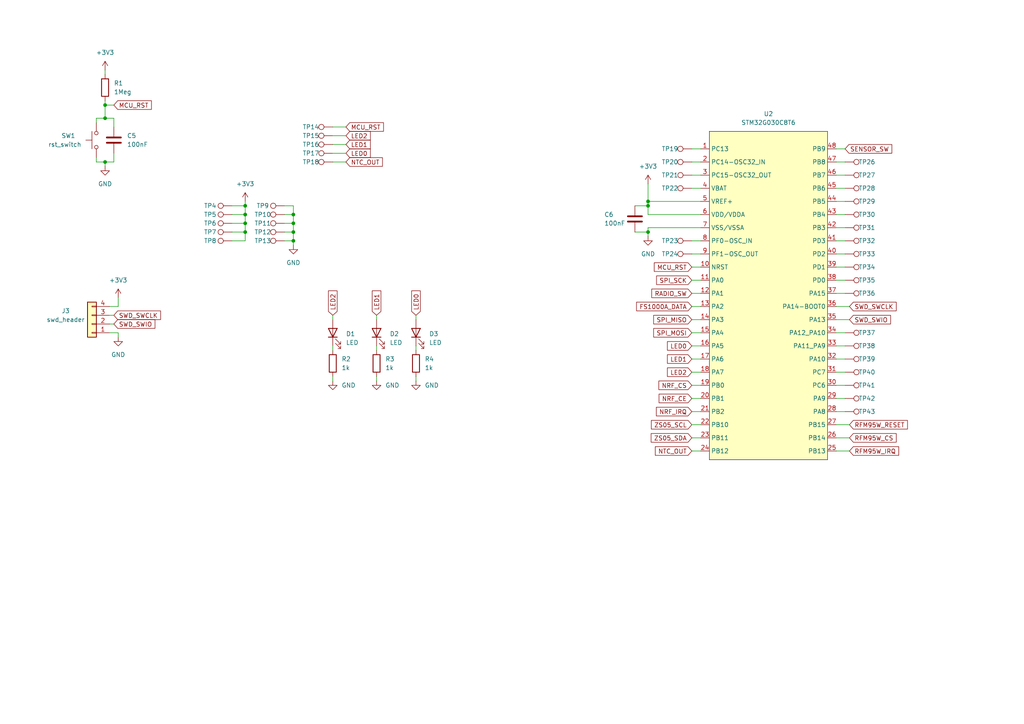
<source format=kicad_sch>
(kicad_sch (version 20230121) (generator eeschema)
  (paper "A4")
  (lib_symbols
    (symbol "Connector:TestPoint" (pin_numbers hide) (pin_names (offset 0.762) hide)
      (property "Reference" "TP" (at 0 6.858 0))
      (property "Value" "TestPoint" (at 0 5.08 0))
      (symbol "TestPoint_0_1"
        (circle (center 0 3.302) (radius 0.762))
      )
      (symbol "TestPoint_1_1"
        (pin passive line (at 0 0 90) (length 2.54) (name "1") (number "1"))
      )
    )
    (symbol "Connector_Generic:Conn_01x04" (pin_names (offset 1.016) hide)
      (property "Reference" "J" (at 0 5.08 0))
      (property "Value" "Conn_01x04" (at 0 -7.62 0))
      (symbol "Conn_01x04_1_1"
        (rectangle (start -1.27 -4.953) (end 0 -5.207) (stroke (width 0.1524)))
        (rectangle (start -1.27 -2.413) (end 0 -2.667) (stroke (width 0.1524)))
        (rectangle (start -1.27 0.127) (end 0 -0.127) (stroke (width 0.1524)))
        (rectangle (start -1.27 2.667) (end 0 2.413) (stroke (width 0.1524)))
        (rectangle (start -1.27 3.81) (end 1.27 -6.35) (stroke (width 0.254)) (fill (type background)))
        (pin passive line (at -5.08 2.54 0) (length 3.81) (name "Pin_1") (number "1"))
        (pin passive line (at -5.08 0 0) (length 3.81) (name "Pin_2") (number "2"))
        (pin passive line (at -5.08 -2.54 0) (length 3.81) (name "Pin_3") (number "3"))
        (pin passive line (at -5.08 -5.08 0) (length 3.81) (name "Pin_4") (number "4"))
      )
    )
    (symbol "Device:C" (pin_numbers hide) (pin_names (offset 0.254))
      (property "Reference" "C" (at 0.635 2.54 0))
      (property "Value" "C" (at 0.635 -2.54 0))
      (symbol "C_0_1"
        (polyline (pts (xy -2.032 -0.762) (xy 2.032 -0.762)) (stroke (width 0.508)))
        (polyline (pts (xy -2.032 0.762) (xy 2.032 0.762)) (stroke (width 0.508)))
      )
      (symbol "C_1_1"
        (pin passive line (at 0 3.81 270) (length 2.794) (name "~") (number "1"))
        (pin passive line (at 0 -3.81 90) (length 2.794) (name "~") (number "2"))
      )
    )
    (symbol "Device:LED" (pin_numbers hide) (pin_names (offset 1.016) hide)
      (property "Reference" "D" (at 0 2.54 0))
      (property "Value" "LED" (at 0 -2.54 0))
      (symbol "LED_0_1"
        (polyline (pts (xy -1.27 -1.27) (xy -1.27 1.27)) (stroke (width 0.254)))
        (polyline (pts (xy -1.27 0) (xy 1.27 0)))
        (polyline (pts (xy 1.27 -1.27) (xy 1.27 1.27) (xy -1.27 0) (xy 1.27 -1.27)) (stroke (width 0.254)))
        (polyline (pts (xy -3.048 -0.762) (xy -4.572 -2.286) (xy -3.81 -2.286) (xy -4.572 -2.286) (xy -4.572 -1.524)))
        (polyline (pts (xy -1.778 -0.762) (xy -3.302 -2.286) (xy -2.54 -2.286) (xy -3.302 -2.286) (xy -3.302 -1.524)))
      )
      (symbol "LED_1_1"
        (pin passive line (at -3.81 0 0) (length 2.54) (name "K") (number "1"))
        (pin passive line (at 3.81 0 180) (length 2.54) (name "A") (number "2"))
      )
    )
    (symbol "Device:R" (pin_numbers hide) (pin_names (offset 0))
      (property "Reference" "R" (at 2.032 0 90))
      (property "Value" "R" (at 0 0 90))
      (symbol "R_0_1"
        (rectangle (start -1.016 -2.54) (end 1.016 2.54) (stroke (width 0.254)))
      )
      (symbol "R_1_1"
        (pin passive line (at 0 3.81 270) (length 1.27) (name "~") (number "1"))
        (pin passive line (at 0 -3.81 90) (length 1.27) (name "~") (number "2"))
      )
    )
    (symbol "STM32G030C8T6:STM32G030C8T6"
      (property "Reference" "U" (at 6.35 49.53 0))
      (property "Value" "STM32G030C8T6" (at 6.35 46.99 0))
      (symbol "STM32G030C8T6_0_1"
        (rectangle (start -15.24 40.64) (end 19.05 -54.61) (fill (type background)))
      )
      (symbol "STM32G030C8T6_1_1"
        (pin input line (at -17.78 35.56 0) (length 2.54) (name "PC13") (number "1"))
        (pin input line (at -17.78 1.27 0) (length 2.54) (name "NRST") (number "10"))
        (pin input line (at -17.78 -2.54 0) (length 2.54) (name "PA0") (number "11"))
        (pin input line (at -17.78 -6.35 0) (length 2.54) (name "PA1") (number "12"))
        (pin input line (at -17.78 -10.16 0) (length 2.54) (name "PA2") (number "13"))
        (pin input line (at -17.78 -13.97 0) (length 2.54) (name "PA3") (number "14"))
        (pin input line (at -17.78 -17.78 0) (length 2.54) (name "PA4") (number "15"))
        (pin input line (at -17.78 -21.59 0) (length 2.54) (name "PA5") (number "16"))
        (pin input line (at -17.78 -25.4 0) (length 2.54) (name "PA6") (number "17"))
        (pin input line (at -17.78 -29.21 0) (length 2.54) (name "PA7") (number "18"))
        (pin input line (at -17.78 -33.02 0) (length 2.54) (name "PB0") (number "19"))
        (pin input line (at -17.78 31.75 0) (length 2.54) (name "PC14-OSC32_IN") (number "2"))
        (pin input line (at -17.78 -36.83 0) (length 2.54) (name "PB1") (number "20"))
        (pin input line (at -17.78 -40.64 0) (length 2.54) (name "PB2") (number "21"))
        (pin input line (at -17.78 -44.45 0) (length 2.54) (name "PB10") (number "22"))
        (pin input line (at -17.78 -48.26 0) (length 2.54) (name "PB11") (number "23"))
        (pin input line (at -17.78 -52.07 0) (length 2.54) (name "PB12") (number "24"))
        (pin input line (at 21.59 -52.07 180) (length 2.54) (name "PB13") (number "25"))
        (pin input line (at 21.59 -48.26 180) (length 2.54) (name "PB14") (number "26"))
        (pin input line (at 21.59 -44.45 180) (length 2.54) (name "PB15") (number "27"))
        (pin input line (at 21.59 -40.64 180) (length 2.54) (name "PA8") (number "28"))
        (pin input line (at 21.59 -36.83 180) (length 2.54) (name "PA9") (number "29"))
        (pin input line (at -17.78 27.94 0) (length 2.54) (name "PC15-OSC32_OUT") (number "3"))
        (pin input line (at 21.59 -33.02 180) (length 2.54) (name "PC6") (number "30"))
        (pin input line (at 21.59 -29.21 180) (length 2.54) (name "PC7") (number "31"))
        (pin input line (at 21.59 -25.4 180) (length 2.54) (name "PA10") (number "32"))
        (pin input line (at 21.59 -21.59 180) (length 2.54) (name "PA11_PA9") (number "33"))
        (pin input line (at 21.59 -17.78 180) (length 2.54) (name "PA12_PA10") (number "34"))
        (pin input line (at 21.59 -13.97 180) (length 2.54) (name "PA13") (number "35"))
        (pin input line (at 21.59 -10.16 180) (length 2.54) (name "PA14-BOOT0") (number "36"))
        (pin input line (at 21.59 -6.35 180) (length 2.54) (name "PA15") (number "37"))
        (pin input line (at 21.59 -2.54 180) (length 2.54) (name "PD0") (number "38"))
        (pin input line (at 21.59 1.27 180) (length 2.54) (name "PD1") (number "39"))
        (pin input line (at -17.78 24.13 0) (length 2.54) (name "VBAT") (number "4"))
        (pin input line (at 21.59 5.08 180) (length 2.54) (name "PD2") (number "40"))
        (pin input line (at 21.59 8.89 180) (length 2.54) (name "PD3") (number "41"))
        (pin input line (at 21.59 12.7 180) (length 2.54) (name "PB3") (number "42"))
        (pin input line (at 21.59 16.51 180) (length 2.54) (name "PB4") (number "43"))
        (pin input line (at 21.59 20.32 180) (length 2.54) (name "PB5") (number "44"))
        (pin input line (at 21.59 24.13 180) (length 2.54) (name "PB6") (number "45"))
        (pin input line (at 21.59 27.94 180) (length 2.54) (name "PB7") (number "46"))
        (pin input line (at 21.59 31.75 180) (length 2.54) (name "PB8") (number "47"))
        (pin input line (at 21.59 35.56 180) (length 2.54) (name "PB9") (number "48"))
        (pin input line (at -17.78 20.32 0) (length 2.54) (name "VREF+") (number "5"))
        (pin input line (at -17.78 16.51 0) (length 2.54) (name "VDD/VDDA") (number "6"))
        (pin input line (at -17.78 12.7 0) (length 2.54) (name "VSS/VSSA") (number "7"))
        (pin input line (at -17.78 8.89 0) (length 2.54) (name "PF0-OSC_IN") (number "8"))
        (pin input line (at -17.78 5.08 0) (length 2.54) (name "PF1-OSC_OUT") (number "9"))
      )
    )
    (symbol "Switch:SW_Push" (pin_numbers hide) (pin_names (offset 1.016) hide)
      (property "Reference" "SW" (at 1.27 2.54 0))
      (property "Value" "SW_Push" (at 0 -1.524 0))
      (symbol "SW_Push_0_1"
        (circle (center -2.032 0) (radius 0.508))
        (polyline (pts (xy 0 1.27) (xy 0 3.048)))
        (polyline (pts (xy 2.54 1.27) (xy -2.54 1.27)))
        (circle (center 2.032 0) (radius 0.508))
        (pin passive line (at -5.08 0 0) (length 2.54) (name "1") (number "1"))
        (pin passive line (at 5.08 0 180) (length 2.54) (name "2") (number "2"))
      )
    )
    (symbol "power:+3V3" (power) (pin_names (offset 0))
      (property "Value" "+3V3" (at 0 3.556 0))
      (symbol "+3V3_0_1"
        (polyline (pts (xy -0.762 1.27) (xy 0 2.54)))
        (polyline (pts (xy 0 0) (xy 0 2.54)))
        (polyline (pts (xy 0 2.54) (xy 0.762 1.27)))
      )
      (symbol "+3V3_1_1"
        (pin power_in line (at 0 0 90) (length 0) hide (name "+3V3") (number "1"))
      )
    )
    (symbol "power:GND" (power) (pin_names (offset 0))
      (property "Value" "GND" (at 0 -3.81 0))
      (symbol "GND_0_1"
        (polyline (pts (xy 0 0) (xy 0 -1.27) (xy 1.27 -1.27) (xy 0 -2.54) (xy -1.27 -1.27) (xy 0 -1.27)))
      )
      (symbol "GND_1_1"
        (pin power_in line (at 0 0 270) (length 0) hide (name "GND") (number "1"))
      )
    )
  )
  (junction (at 187.96 67.31))
  (junction (at 85.09 64.77))
  (junction (at 85.09 69.85))
  (junction (at 30.48 46.99))
  (junction (at 71.12 64.77))
  (junction (at 187.96 58.42))
  (junction (at 85.09 62.23))
  (junction (at 30.48 30.48))
  (junction (at 187.96 59.69))
  (junction (at 30.48 34.29))
  (junction (at 71.12 62.23))
  (junction (at 71.12 59.69))
  (junction (at 85.09 67.31))
  (junction (at 71.12 67.31))
  (wire (pts (xy 242.57 123.19) (xy 246.38 123.19)))
  (wire (pts (xy 27.94 46.99) (xy 30.48 46.99)))
  (wire (pts (xy 71.12 59.69) (xy 71.12 58.42)))
  (wire (pts (xy 245.11 81.28) (xy 242.57 81.28)))
  (wire (pts (xy 245.11 43.18) (xy 242.57 43.18)))
  (wire (pts (xy 34.29 96.52) (xy 31.75 96.52)))
  (wire (pts (xy 30.48 48.26) (xy 30.48 46.99)))
  (wire (pts (xy 82.55 67.31) (xy 85.09 67.31)))
  (wire (pts (xy 245.11 54.61) (xy 242.57 54.61)))
  (wire (pts (xy 184.15 67.31) (xy 187.96 67.31)))
  (wire (pts (xy 82.55 64.77) (xy 85.09 64.77)))
  (wire (pts (xy 82.55 62.23) (xy 85.09 62.23)))
  (wire (pts (xy 200.66 46.99) (xy 203.2 46.99)))
  (wire (pts (xy 30.48 30.48) (xy 30.48 34.29)))
  (wire (pts (xy 120.65 91.44) (xy 120.65 92.71)))
  (wire (pts (xy 187.96 67.31) (xy 187.96 66.04)))
  (wire (pts (xy 67.31 59.69) (xy 71.12 59.69)))
  (wire (pts (xy 200.66 119.38) (xy 203.2 119.38)))
  (wire (pts (xy 200.66 123.19) (xy 203.2 123.19)))
  (wire (pts (xy 96.52 39.37) (xy 100.33 39.37)))
  (wire (pts (xy 96.52 109.22) (xy 96.52 110.49)))
  (wire (pts (xy 245.11 119.38) (xy 242.57 119.38)))
  (wire (pts (xy 203.2 88.9) (xy 200.66 88.9)))
  (wire (pts (xy 200.66 115.57) (xy 203.2 115.57)))
  (wire (pts (xy 245.11 85.09) (xy 242.57 85.09)))
  (wire (pts (xy 184.15 59.69) (xy 187.96 59.69)))
  (wire (pts (xy 71.12 67.31) (xy 71.12 69.85)))
  (wire (pts (xy 33.02 36.83) (xy 33.02 34.29)))
  (wire (pts (xy 245.11 96.52) (xy 242.57 96.52)))
  (wire (pts (xy 245.11 104.14) (xy 242.57 104.14)))
  (wire (pts (xy 200.66 100.33) (xy 203.2 100.33)))
  (wire (pts (xy 187.96 59.69) (xy 187.96 58.42)))
  (wire (pts (xy 31.75 88.9) (xy 34.29 88.9)))
  (wire (pts (xy 33.02 44.45) (xy 33.02 46.99)))
  (wire (pts (xy 200.66 77.47) (xy 203.2 77.47)))
  (wire (pts (xy 96.52 41.91) (xy 100.33 41.91)))
  (wire (pts (xy 242.57 127) (xy 246.38 127)))
  (wire (pts (xy 96.52 46.99) (xy 100.33 46.99)))
  (wire (pts (xy 85.09 67.31) (xy 85.09 64.77)))
  (wire (pts (xy 245.11 111.76) (xy 242.57 111.76)))
  (wire (pts (xy 67.31 62.23) (xy 71.12 62.23)))
  (wire (pts (xy 203.2 58.42) (xy 187.96 58.42)))
  (wire (pts (xy 30.48 46.99) (xy 33.02 46.99)))
  (wire (pts (xy 85.09 69.85) (xy 85.09 67.31)))
  (wire (pts (xy 200.66 43.18) (xy 203.2 43.18)))
  (wire (pts (xy 203.2 62.23) (xy 187.96 62.23)))
  (wire (pts (xy 30.48 20.32) (xy 30.48 21.59)))
  (wire (pts (xy 245.11 66.04) (xy 242.57 66.04)))
  (wire (pts (xy 245.11 115.57) (xy 242.57 115.57)))
  (wire (pts (xy 30.48 34.29) (xy 27.94 34.29)))
  (wire (pts (xy 71.12 64.77) (xy 71.12 67.31)))
  (wire (pts (xy 71.12 62.23) (xy 71.12 64.77)))
  (wire (pts (xy 187.96 58.42) (xy 187.96 53.34)))
  (wire (pts (xy 200.66 92.71) (xy 203.2 92.71)))
  (wire (pts (xy 187.96 66.04) (xy 203.2 66.04)))
  (wire (pts (xy 82.55 69.85) (xy 85.09 69.85)))
  (wire (pts (xy 242.57 130.81) (xy 246.38 130.81)))
  (wire (pts (xy 187.96 62.23) (xy 187.96 59.69)))
  (wire (pts (xy 120.65 109.22) (xy 120.65 110.49)))
  (wire (pts (xy 96.52 91.44) (xy 96.52 92.71)))
  (wire (pts (xy 67.31 64.77) (xy 71.12 64.77)))
  (wire (pts (xy 67.31 69.85) (xy 71.12 69.85)))
  (wire (pts (xy 109.22 91.44) (xy 109.22 92.71)))
  (wire (pts (xy 242.57 92.71) (xy 246.38 92.71)))
  (wire (pts (xy 200.66 81.28) (xy 203.2 81.28)))
  (wire (pts (xy 200.66 111.76) (xy 203.2 111.76)))
  (wire (pts (xy 245.11 50.8) (xy 242.57 50.8)))
  (wire (pts (xy 245.11 46.99) (xy 242.57 46.99)))
  (wire (pts (xy 31.75 91.44) (xy 33.02 91.44)))
  (wire (pts (xy 31.75 93.98) (xy 33.02 93.98)))
  (wire (pts (xy 187.96 68.58) (xy 187.96 67.31)))
  (wire (pts (xy 245.11 69.85) (xy 242.57 69.85)))
  (wire (pts (xy 96.52 36.83) (xy 100.33 36.83)))
  (wire (pts (xy 200.66 73.66) (xy 203.2 73.66)))
  (wire (pts (xy 109.22 100.33) (xy 109.22 101.6)))
  (wire (pts (xy 120.65 100.33) (xy 120.65 101.6)))
  (wire (pts (xy 34.29 88.9) (xy 34.29 86.36)))
  (wire (pts (xy 200.66 104.14) (xy 203.2 104.14)))
  (wire (pts (xy 96.52 100.33) (xy 96.52 101.6)))
  (wire (pts (xy 200.66 130.81) (xy 203.2 130.81)))
  (wire (pts (xy 85.09 71.12) (xy 85.09 69.85)))
  (wire (pts (xy 245.11 107.95) (xy 242.57 107.95)))
  (wire (pts (xy 200.66 50.8) (xy 203.2 50.8)))
  (wire (pts (xy 85.09 59.69) (xy 82.55 59.69)))
  (wire (pts (xy 245.11 77.47) (xy 242.57 77.47)))
  (wire (pts (xy 200.66 69.85) (xy 203.2 69.85)))
  (wire (pts (xy 200.66 96.52) (xy 203.2 96.52)))
  (wire (pts (xy 245.11 58.42) (xy 242.57 58.42)))
  (wire (pts (xy 30.48 30.48) (xy 30.48 29.21)))
  (wire (pts (xy 33.02 34.29) (xy 30.48 34.29)))
  (wire (pts (xy 200.66 85.09) (xy 203.2 85.09)))
  (wire (pts (xy 200.66 127) (xy 203.2 127)))
  (wire (pts (xy 242.57 88.9) (xy 246.38 88.9)))
  (wire (pts (xy 200.66 107.95) (xy 203.2 107.95)))
  (wire (pts (xy 71.12 62.23) (xy 71.12 59.69)))
  (wire (pts (xy 85.09 64.77) (xy 85.09 62.23)))
  (wire (pts (xy 245.11 100.33) (xy 242.57 100.33)))
  (wire (pts (xy 109.22 109.22) (xy 109.22 110.49)))
  (wire (pts (xy 245.11 73.66) (xy 242.57 73.66)))
  (wire (pts (xy 27.94 35.56) (xy 27.94 34.29)))
  (wire (pts (xy 34.29 97.79) (xy 34.29 96.52)))
  (wire (pts (xy 67.31 67.31) (xy 71.12 67.31)))
  (wire (pts (xy 27.94 46.99) (xy 27.94 45.72)))
  (wire (pts (xy 245.11 62.23) (xy 242.57 62.23)))
  (wire (pts (xy 85.09 62.23) (xy 85.09 59.69)))
  (wire (pts (xy 33.02 30.48) (xy 30.48 30.48)))
  (wire (pts (xy 200.66 54.61) (xy 203.2 54.61)))
  (wire (pts (xy 96.52 44.45) (xy 100.33 44.45)))
  (global_label "NRF_CE" (shape input) (at 200.66 115.57 180) (property "Intersheetrefs" "${INTERSHEET_REFS}" (effects hide)))
  (global_label "SPI_SCK" (shape input) (at 200.66 81.28 180) (property "Intersheetrefs" "${INTERSHEET_REFS}" (effects hide)))
  (global_label "NTC_OUT" (shape input) (at 200.66 130.81 180) (property "Intersheetrefs" "${INTERSHEET_REFS}" (effects hide)))
  (global_label "SWD_SWCLK" (shape input) (at 246.38 88.9 0) (property "Intersheetrefs" "${INTERSHEET_REFS}" (effects hide)))
  (global_label "SENSOR_SW" (shape input) (at 245.11 43.18 0) (property "Intersheetrefs" "${INTERSHEET_REFS}" (effects hide)))
  (global_label "LED2" (shape input) (at 96.52 91.44 90) (property "Intersheetrefs" "${INTERSHEET_REFS}" (effects hide)))
  (global_label "NRF_IRQ" (shape input) (at 200.66 119.38 180) (property "Intersheetrefs" "${INTERSHEET_REFS}" (effects hide)))
  (global_label "SPI_MOSI" (shape input) (at 200.66 96.52 180) (property "Intersheetrefs" "${INTERSHEET_REFS}" (effects hide)))
  (global_label "RADIO_SW" (shape input) (at 200.66 85.09 180) (property "Intersheetrefs" "${INTERSHEET_REFS}" (effects hide)))
  (global_label "ZS05_SCL" (shape input) (at 200.66 123.19 180) (property "Intersheetrefs" "${INTERSHEET_REFS}" (effects hide)))
  (global_label "SWD_SWIO" (shape input) (at 33.02 93.98 0) (property "Intersheetrefs" "${INTERSHEET_REFS}" (effects hide)))
  (global_label "LED0" (shape input) (at 200.66 100.33 180) (property "Intersheetrefs" "${INTERSHEET_REFS}" (effects hide)))
  (global_label "RFM95W_RESET" (shape input) (at 246.38 123.19 0) (property "Intersheetrefs" "${INTERSHEET_REFS}" (effects hide)))
  (global_label "LED2" (shape input) (at 100.33 39.37 0) (property "Intersheetrefs" "${INTERSHEET_REFS}" (effects hide)))
  (global_label "ZS05_SDA" (shape input) (at 200.66 127 180) (property "Intersheetrefs" "${INTERSHEET_REFS}" (effects hide)))
  (global_label "LED1" (shape input) (at 100.33 41.91 0) (property "Intersheetrefs" "${INTERSHEET_REFS}" (effects hide)))
  (global_label "NTC_OUT" (shape input) (at 100.33 46.99 0) (property "Intersheetrefs" "${INTERSHEET_REFS}" (effects hide)))
  (global_label "LED0" (shape input) (at 120.65 91.44 90) (property "Intersheetrefs" "${INTERSHEET_REFS}" (effects hide)))
  (global_label "MCU_RST" (shape input) (at 100.33 36.83 0) (property "Intersheetrefs" "${INTERSHEET_REFS}" (effects hide)))
  (global_label "LED1" (shape input) (at 109.22 91.44 90) (property "Intersheetrefs" "${INTERSHEET_REFS}" (effects hide)))
  (global_label "SWD_SWIO" (shape input) (at 246.38 92.71 0) (property "Intersheetrefs" "${INTERSHEET_REFS}" (effects hide)))
  (global_label "LED0" (shape input) (at 100.33 44.45 0) (property "Intersheetrefs" "${INTERSHEET_REFS}" (effects hide)))
  (global_label "MCU_RST" (shape input) (at 33.02 30.48 0) (property "Intersheetrefs" "${INTERSHEET_REFS}" (effects hide)))
  (global_label "RFM95W_IRQ" (shape input) (at 246.38 130.81 0) (property "Intersheetrefs" "${INTERSHEET_REFS}" (effects hide)))
  (global_label "SWD_SWCLK" (shape input) (at 33.02 91.44 0) (property "Intersheetrefs" "${INTERSHEET_REFS}" (effects hide)))
  (global_label "SPI_MISO" (shape input) (at 200.66 92.71 180) (property "Intersheetrefs" "${INTERSHEET_REFS}" (effects hide)))
  (global_label "NRF_CS" (shape input) (at 200.66 111.76 180) (property "Intersheetrefs" "${INTERSHEET_REFS}" (effects hide)))
  (global_label "RFM95W_CS" (shape input) (at 246.38 127 0) (property "Intersheetrefs" "${INTERSHEET_REFS}" (effects hide)))
  (global_label "LED2" (shape input) (at 200.66 107.95 180) (property "Intersheetrefs" "${INTERSHEET_REFS}" (effects hide)))
  (global_label "MCU_RST" (shape input) (at 200.66 77.47 180) (property "Intersheetrefs" "${INTERSHEET_REFS}" (effects hide)))
  (global_label "LED1" (shape input) (at 200.66 104.14 180) (property "Intersheetrefs" "${INTERSHEET_REFS}" (effects hide)))
  (global_label "FS1000A_DATA" (shape input) (at 200.66 88.9 180) (property "Intersheetrefs" "${INTERSHEET_REFS}" (effects hide)))
  (symbol (lib_id "power:GND") (at 85.09 71.12 0) (unit 1)
    (property "Reference" "#PWR016" (effects hide))
    (property "Value" "GND" (at 85.09 76.2 0))
  )
  (symbol (lib_id "Connector:TestPoint") (at 200.66 43.18 90) (unit 1)
    (property "Reference" "TP19" (at 194.31 43.18 90))
    (property "Value" "TestPoint" (effects hide))
    (property "Footprint" "TestPoint:TestPoint_Pad_D1.0mm" (effects hide))
  )
  (symbol (lib_id "Connector:TestPoint") (at 96.52 41.91 90) (unit 1)
    (property "Reference" "TP16" (at 90.17 41.91 90))
    (property "Value" "TestPoint" (effects hide))
    (property "Footprint" "TestPoint:TestPoint_Pad_D1.0mm" (effects hide))
  )
  (symbol (lib_id "power:GND") (at 120.65 110.49 0) (unit 1)
    (property "Reference" "#PWR019" (effects hide))
    (property "Value" "GND" (at 123.19 111.7599 0) (effects (justify left)))
  )
  (symbol (lib_id "Connector:TestPoint") (at 96.52 39.37 90) (unit 1)
    (property "Reference" "TP15" (at 90.17 39.37 90))
    (property "Value" "TestPoint" (effects hide))
    (property "Footprint" "TestPoint:TestPoint_Pad_D1.0mm" (effects hide))
  )
  (symbol (lib_id "Device:LED") (at 109.22 96.52 90) (unit 1)
    (property "Reference" "D2" (at 113.03 96.8374 90) (effects (justify right)))
    (property "Value" "LED" (at 113.03 99.3774 90) (effects (justify right)))
    (property "Footprint" "LED_SMD:LED_1206_3216Metric" (effects hide))
  )
  (symbol (lib_id "power:+3V3") (at 187.96 53.34 0) (unit 1)
    (property "Reference" "#PWR020" (effects hide))
    (property "Value" "+3V3" (at 187.96 48.26 0))
  )
  (symbol (lib_id "power:+3V3") (at 71.12 58.42 0) (unit 1)
    (property "Reference" "#PWR015" (effects hide))
    (property "Value" "+3V3" (at 71.12 53.34 0))
  )
  (symbol (lib_id "Connector:TestPoint") (at 200.66 46.99 90) (unit 1)
    (property "Reference" "TP20" (at 194.31 46.99 90))
    (property "Value" "TestPoint" (effects hide))
    (property "Footprint" "TestPoint:TestPoint_Pad_D1.0mm" (effects hide))
  )
  (symbol (lib_id "power:GND") (at 109.22 110.49 0) (unit 1)
    (property "Reference" "#PWR018" (effects hide))
    (property "Value" "GND" (at 111.76 111.7599 0) (effects (justify left)))
  )
  (symbol (lib_id "Connector:TestPoint") (at 96.52 46.99 90) (unit 1)
    (property "Reference" "TP18" (at 90.17 46.99 90))
    (property "Value" "TestPoint" (effects hide))
    (property "Footprint" "TestPoint:TestPoint_Pad_D1.0mm" (effects hide))
  )
  (symbol (lib_id "Connector:TestPoint") (at 245.11 104.14 270) (unit 1)
    (property "Reference" "TP39" (at 251.46 104.14 90))
    (property "Value" "TestPoint" (effects hide))
    (property "Footprint" "TestPoint:TestPoint_Pad_D1.0mm" (effects hide))
  )
  (symbol (lib_id "Connector:TestPoint") (at 96.52 36.83 90) (unit 1)
    (property "Reference" "TP14" (at 90.17 36.83 90))
    (property "Value" "TestPoint" (effects hide))
    (property "Footprint" "TestPoint:TestPoint_Pad_D1.0mm" (effects hide))
  )
  (symbol (lib_id "Connector:TestPoint") (at 245.11 50.8 270) (unit 1)
    (property "Reference" "TP27" (at 251.46 50.8 90))
    (property "Value" "TestPoint" (effects hide))
    (property "Footprint" "TestPoint:TestPoint_Pad_D1.0mm" (effects hide))
  )
  (symbol (lib_id "Connector:TestPoint") (at 245.11 115.57 270) (unit 1)
    (property "Reference" "TP42" (at 251.46 115.57 90))
    (property "Value" "TestPoint" (effects hide))
    (property "Footprint" "TestPoint:TestPoint_Pad_D1.0mm" (effects hide))
  )
  (symbol (lib_id "Connector:TestPoint") (at 200.66 54.61 90) (unit 1)
    (property "Reference" "TP22" (at 194.31 54.61 90))
    (property "Value" "TestPoint" (effects hide))
    (property "Footprint" "TestPoint:TestPoint_Pad_D1.0mm" (effects hide))
  )
  (symbol (lib_id "Connector:TestPoint") (at 200.66 73.66 90) (unit 1)
    (property "Reference" "TP24" (at 194.31 73.66 90))
    (property "Value" "TestPoint" (effects hide))
    (property "Footprint" "TestPoint:TestPoint_Pad_D1.0mm" (effects hide))
  )
  (symbol (lib_id "Connector_Generic:Conn_01x04") (at 26.67 93.98 180) (unit 1)
    (property "Reference" "J3" (at 19.05 90.17 0))
    (property "Value" "swd_header" (at 19.05 92.71 0))
    (property "Footprint" "smd_footprint:Conn_01x04" (effects hide))
  )
  (symbol (lib_id "Device:LED") (at 120.65 96.52 90) (unit 1)
    (property "Reference" "D3" (at 124.46 96.8374 90) (effects (justify right)))
    (property "Value" "LED" (at 124.46 99.3774 90) (effects (justify right)))
    (property "Footprint" "LED_SMD:LED_1206_3216Metric" (effects hide))
  )
  (symbol (lib_id "Connector:TestPoint") (at 82.55 59.69 90) (unit 1)
    (property "Reference" "TP9" (at 76.2 59.69 90))
    (property "Value" "TestPoint" (effects hide))
    (property "Footprint" "TestPoint:TestPoint_Pad_D1.0mm" (effects hide))
  )
  (symbol (lib_id "Connector:TestPoint") (at 245.11 66.04 270) (unit 1)
    (property "Reference" "TP31" (at 251.46 66.04 90))
    (property "Value" "TestPoint" (effects hide))
    (property "Footprint" "TestPoint:TestPoint_Pad_D1.0mm" (effects hide))
  )
  (symbol (lib_id "power:GND") (at 34.29 97.79 0) (unit 1)
    (property "Reference" "#PWR014" (effects hide))
    (property "Value" "GND" (at 34.29 102.87 0))
  )
  (symbol (lib_id "Connector:TestPoint") (at 200.66 50.8 90) (unit 1)
    (property "Reference" "TP21" (at 194.31 50.8 90))
    (property "Value" "TestPoint" (effects hide))
    (property "Footprint" "TestPoint:TestPoint_Pad_D1.0mm" (effects hide))
  )
  (symbol (lib_id "Device:R") (at 96.52 105.41 180) (unit 1)
    (property "Reference" "R2" (at 99.06 104.1399 0) (effects (justify right)))
    (property "Value" "1k" (at 99.06 106.6799 0) (effects (justify right)))
    (property "Footprint" "Resistor_SMD:R_0805_2012Metric" (effects hide))
  )
  (symbol (lib_id "Device:C") (at 184.15 63.5 0) (unit 1)
    (property "Reference" "C6" (at 175.26 62.23 0) (effects (justify left)))
    (property "Value" "100nF" (at 175.26 64.77 0) (effects (justify left)))
    (property "Footprint" "Capacitor_SMD:C_0805_2012Metric" (effects hide))
  )
  (symbol (lib_id "power:GND") (at 187.96 68.58 0) (unit 1)
    (property "Reference" "#PWR021" (effects hide))
    (property "Value" "GND" (at 187.96 73.66 0))
  )
  (symbol (lib_id "Device:C") (at 33.02 40.64 180) (unit 1)
    (property "Reference" "C5" (at 36.83 39.3699 0) (effects (justify right)))
    (property "Value" "100nF" (at 36.83 41.9099 0) (effects (justify right)))
    (property "Footprint" "Capacitor_SMD:C_0805_2012Metric" (effects hide))
  )
  (symbol (lib_id "Connector:TestPoint") (at 96.52 44.45 90) (unit 1)
    (property "Reference" "TP17" (at 90.17 44.45 90))
    (property "Value" "TestPoint" (effects hide))
    (property "Footprint" "TestPoint:TestPoint_Pad_D1.0mm" (effects hide))
  )
  (symbol (lib_id "Device:R") (at 120.65 105.41 180) (unit 1)
    (property "Reference" "R4" (at 123.19 104.1399 0) (effects (justify right)))
    (property "Value" "1k" (at 123.19 106.6799 0) (effects (justify right)))
    (property "Footprint" "Resistor_SMD:R_0805_2012Metric" (effects hide))
  )
  (symbol (lib_id "Connector:TestPoint") (at 245.11 107.95 270) (unit 1)
    (property "Reference" "TP40" (at 251.46 107.95 90))
    (property "Value" "TestPoint" (effects hide))
    (property "Footprint" "TestPoint:TestPoint_Pad_D1.0mm" (effects hide))
  )
  (symbol (lib_id "Connector:TestPoint") (at 245.11 58.42 270) (unit 1)
    (property "Reference" "TP29" (at 251.46 58.42 90))
    (property "Value" "TestPoint" (effects hide))
    (property "Footprint" "TestPoint:TestPoint_Pad_D1.0mm" (effects hide))
  )
  (symbol (lib_id "Connector:TestPoint") (at 67.31 62.23 90) (unit 1)
    (property "Reference" "TP5" (at 60.96 62.23 90))
    (property "Value" "TestPoint" (effects hide))
    (property "Footprint" "TestPoint:TestPoint_Pad_D1.0mm" (effects hide))
  )
  (symbol (lib_id "Connector:TestPoint") (at 245.11 111.76 270) (unit 1)
    (property "Reference" "TP41" (at 251.46 111.76 90))
    (property "Value" "TestPoint" (effects hide))
    (property "Footprint" "TestPoint:TestPoint_Pad_D1.0mm" (effects hide))
  )
  (symbol (lib_id "Switch:SW_Push") (at 27.94 40.64 90) (unit 1)
    (property "Reference" "SW1" (at 17.78 39.37 90) (effects (justify right)))
    (property "Value" "rst_switch" (at 13.97 41.91 90) (effects (justify right)))
    (property "Footprint" "Button_Switch_SMD:SW_SPST_TL3342" (effects hide))
  )
  (symbol (lib_id "Device:R") (at 30.48 25.4 180) (unit 1)
    (property "Reference" "R1" (at 33.02 24.1299 0) (effects (justify right)))
    (property "Value" "1Meg" (at 33.02 26.6699 0) (effects (justify right)))
    (property "Footprint" "Resistor_SMD:R_0805_2012Metric" (effects hide))
  )
  (symbol (lib_id "Connector:TestPoint") (at 245.11 69.85 270) (unit 1)
    (property "Reference" "TP32" (at 251.46 69.85 90))
    (property "Value" "TestPoint" (effects hide))
    (property "Footprint" "TestPoint:TestPoint_Pad_D1.0mm" (effects hide))
  )
  (symbol (lib_id "Connector:TestPoint") (at 82.55 64.77 90) (unit 1)
    (property "Reference" "TP11" (at 76.2 64.77 90))
    (property "Value" "TestPoint" (effects hide))
    (property "Footprint" "TestPoint:TestPoint_Pad_D1.0mm" (effects hide))
  )
  (symbol (lib_id "STM32G030C8T6:STM32G030C8T6") (at 220.98 78.74 0) (unit 1)
    (property "Reference" "U2" (at 222.885 33.02 0))
    (property "Value" "STM32G030C8T6" (at 222.885 35.56 0))
    (property "Footprint" "Package_QFP:LQFP-48_7x7mm_P0.5mm" (effects hide))
  )
  (symbol (lib_id "Connector:TestPoint") (at 67.31 67.31 90) (unit 1)
    (property "Reference" "TP7" (at 60.96 67.31 90))
    (property "Value" "TestPoint" (effects hide))
    (property "Footprint" "TestPoint:TestPoint_Pad_D1.0mm" (effects hide))
  )
  (symbol (lib_id "Connector:TestPoint") (at 67.31 69.85 90) (unit 1)
    (property "Reference" "TP8" (at 60.96 69.85 90))
    (property "Value" "TestPoint" (effects hide))
    (property "Footprint" "TestPoint:TestPoint_Pad_D1.0mm" (effects hide))
  )
  (symbol (lib_id "power:GND") (at 96.52 110.49 0) (unit 1)
    (property "Reference" "#PWR017" (effects hide))
    (property "Value" "GND" (at 99.06 111.7599 0) (effects (justify left)))
  )
  (symbol (lib_id "Connector:TestPoint") (at 245.11 77.47 270) (unit 1)
    (property "Reference" "TP34" (at 251.46 77.47 90))
    (property "Value" "TestPoint" (effects hide))
    (property "Footprint" "TestPoint:TestPoint_Pad_D1.0mm" (effects hide))
  )
  (symbol (lib_id "Connector:TestPoint") (at 245.11 96.52 270) (unit 1)
    (property "Reference" "TP37" (at 251.46 96.52 90))
    (property "Value" "TestPoint" (effects hide))
    (property "Footprint" "TestPoint:TestPoint_Pad_D1.0mm" (effects hide))
  )
  (symbol (lib_id "Connector:TestPoint") (at 67.31 64.77 90) (unit 1)
    (property "Reference" "TP6" (at 60.96 64.77 90))
    (property "Value" "TestPoint" (effects hide))
    (property "Footprint" "TestPoint:TestPoint_Pad_D1.0mm" (effects hide))
  )
  (symbol (lib_id "Connector:TestPoint") (at 245.11 100.33 270) (unit 1)
    (property "Reference" "TP38" (at 251.46 100.33 90))
    (property "Value" "TestPoint" (effects hide))
    (property "Footprint" "TestPoint:TestPoint_Pad_D1.0mm" (effects hide))
  )
  (symbol (lib_id "Connector:TestPoint") (at 245.11 119.38 270) (unit 1)
    (property "Reference" "TP43" (at 251.46 119.38 90))
    (property "Value" "TestPoint" (effects hide))
    (property "Footprint" "TestPoint:TestPoint_Pad_D1.0mm" (effects hide))
  )
  (symbol (lib_id "Connector:TestPoint") (at 245.11 81.28 270) (unit 1)
    (property "Reference" "TP35" (at 251.46 81.28 90))
    (property "Value" "TestPoint" (effects hide))
    (property "Footprint" "TestPoint:TestPoint_Pad_D1.0mm" (effects hide))
  )
  (symbol (lib_id "Device:R") (at 109.22 105.41 180) (unit 1)
    (property "Reference" "R3" (at 111.76 104.1399 0) (effects (justify right)))
    (property "Value" "1k" (at 111.76 106.6799 0) (effects (justify right)))
    (property "Footprint" "Resistor_SMD:R_0805_2012Metric" (effects hide))
  )
  (symbol (lib_id "Connector:TestPoint") (at 245.11 62.23 270) (unit 1)
    (property "Reference" "TP30" (at 251.46 62.23 90))
    (property "Value" "TestPoint" (effects hide))
    (property "Footprint" "TestPoint:TestPoint_Pad_D1.0mm" (effects hide))
  )
  (symbol (lib_id "Connector:TestPoint") (at 245.11 54.61 270) (unit 1)
    (property "Reference" "TP28" (at 251.46 54.61 90))
    (property "Value" "TestPoint" (effects hide))
    (property "Footprint" "TestPoint:TestPoint_Pad_D1.0mm" (effects hide))
  )
  (symbol (lib_id "Connector:TestPoint") (at 245.11 46.99 270) (unit 1)
    (property "Reference" "TP26" (at 251.46 46.99 90))
    (property "Value" "TestPoint" (effects hide))
    (property "Footprint" "TestPoint:TestPoint_Pad_D1.0mm" (effects hide))
  )
  (symbol (lib_id "Connector:TestPoint") (at 82.55 67.31 90) (unit 1)
    (property "Reference" "TP12" (at 76.2 67.31 90))
    (property "Value" "TestPoint" (effects hide))
    (property "Footprint" "TestPoint:TestPoint_Pad_D1.0mm" (effects hide))
  )
  (symbol (lib_id "Connector:TestPoint") (at 67.31 59.69 90) (unit 1)
    (property "Reference" "TP4" (at 60.96 59.69 90))
    (property "Value" "TestPoint" (effects hide))
    (property "Footprint" "TestPoint:TestPoint_Pad_D1.0mm" (effects hide))
  )
  (symbol (lib_id "Connector:TestPoint") (at 200.66 69.85 90) (unit 1)
    (property "Reference" "TP23" (at 194.31 69.85 90))
    (property "Value" "TestPoint" (effects hide))
    (property "Footprint" "TestPoint:TestPoint_Pad_D1.0mm" (effects hide))
  )
  (symbol (lib_id "power:GND") (at 30.48 48.26 0) (unit 1)
    (property "Reference" "#PWR012" (effects hide))
    (property "Value" "GND" (at 30.48 53.34 0))
  )
  (symbol (lib_id "Connector:TestPoint") (at 245.11 85.09 270) (unit 1)
    (property "Reference" "TP36" (at 251.46 85.09 90))
    (property "Value" "TestPoint" (effects hide))
    (property "Footprint" "TestPoint:TestPoint_Pad_D1.0mm" (effects hide))
  )
  (symbol (lib_id "Connector:TestPoint") (at 82.55 69.85 90) (unit 1)
    (property "Reference" "TP13" (at 76.2 69.85 90))
    (property "Value" "TestPoint" (effects hide))
    (property "Footprint" "TestPoint:TestPoint_Pad_D1.0mm" (effects hide))
  )
  (symbol (lib_id "Connector:TestPoint") (at 245.11 73.66 270) (unit 1)
    (property "Reference" "TP33" (at 251.46 73.66 90))
    (property "Value" "TestPoint" (effects hide))
    (property "Footprint" "TestPoint:TestPoint_Pad_D1.0mm" (effects hide))
  )
  (symbol (lib_id "Device:LED") (at 96.52 96.52 90) (unit 1)
    (property "Reference" "D1" (at 100.33 96.8374 90) (effects (justify right)))
    (property "Value" "LED" (at 100.33 99.3774 90) (effects (justify right)))
    (property "Footprint" "LED_SMD:LED_1206_3216Metric" (effects hide))
  )
  (symbol (lib_id "power:+3V3") (at 30.48 20.32 0) (unit 1)
    (property "Reference" "#PWR011" (effects hide))
    (property "Value" "+3V3" (at 30.48 15.24 0))
  )
  (symbol (lib_id "power:+3V3") (at 34.29 86.36 0) (unit 1)
    (property "Reference" "#PWR013" (effects hide))
    (property "Value" "+3V3" (at 34.29 81.28 0))
  )
  (symbol (lib_id "Connector:TestPoint") (at 82.55 62.23 90) (unit 1)
    (property "Reference" "TP10" (at 76.2 62.23 90))
    (property "Value" "TestPoint" (effects hide))
    (property "Footprint" "TestPoint:TestPoint_Pad_D1.0mm" (effects hide))
  )
)
</source>
